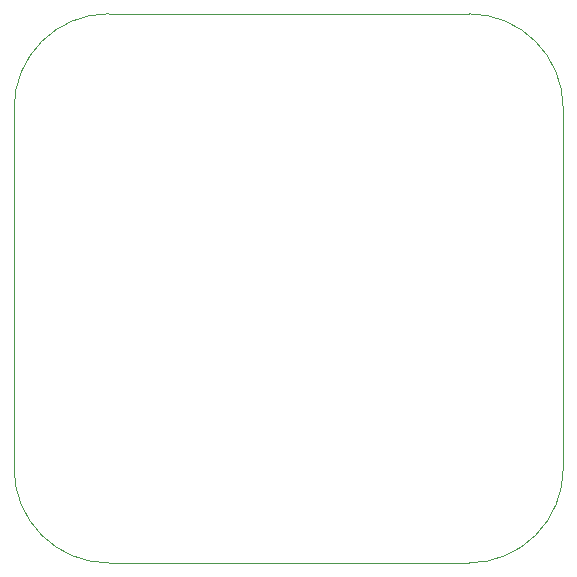
<source format=gbr>
%TF.GenerationSoftware,KiCad,Pcbnew,(5.1.6-0-10_14)*%
%TF.CreationDate,2020-11-09T20:44:41+11:00*%
%TF.ProjectId,spartan_mk1,73706172-7461-46e5-9f6d-6b312e6b6963,rev?*%
%TF.SameCoordinates,Original*%
%TF.FileFunction,Profile,NP*%
%FSLAX46Y46*%
G04 Gerber Fmt 4.6, Leading zero omitted, Abs format (unit mm)*
G04 Created by KiCad (PCBNEW (5.1.6-0-10_14)) date 2020-11-09 20:44:41*
%MOMM*%
%LPD*%
G01*
G04 APERTURE LIST*
%TA.AperFunction,Profile*%
%ADD10C,0.050000*%
%TD*%
G04 APERTURE END LIST*
D10*
X98500000Y-90500000D02*
G75*
G02*
X90500000Y-98500000I-8000000J0D01*
G01*
X60000000Y-98500000D02*
G75*
G02*
X52000000Y-90500000I0J8000000D01*
G01*
X52000000Y-60000000D02*
G75*
G02*
X60000000Y-52000000I8000000J0D01*
G01*
X90500000Y-52000000D02*
G75*
G02*
X98500000Y-60000000I0J-8000000D01*
G01*
X90500000Y-52000000D02*
X60000000Y-52000000D01*
X98500000Y-90500000D02*
X98500000Y-60000000D01*
X60000000Y-98500000D02*
X90500000Y-98500000D01*
X52000000Y-60000000D02*
X52000000Y-90500000D01*
M02*

</source>
